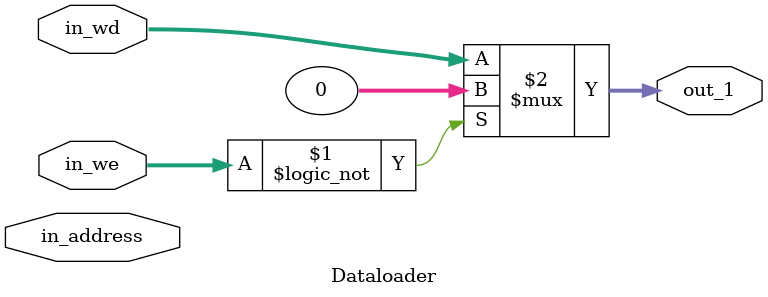
<source format=v>
`timescale 1ns / 1ps

`include "macro.vh"

module Dataloader(
    input wire [1:0]    in_we,       // write energitic
    input wire [31:0]   in_address,    // A
    input wire [31:0]   in_wd,
    output wire[31:0]   out_1
    );
    
/****************************************************
Input WE will turn on the function.

A is the Address calculated by the ALU component.

WD is read by the RD2_out from the Regfile as the 
writen data.

RD is the output and will be choose by the mux signal.

****************************************************/
assign out_1 = (in_we == 0) ? 0: in_wd;

endmodule
</source>
